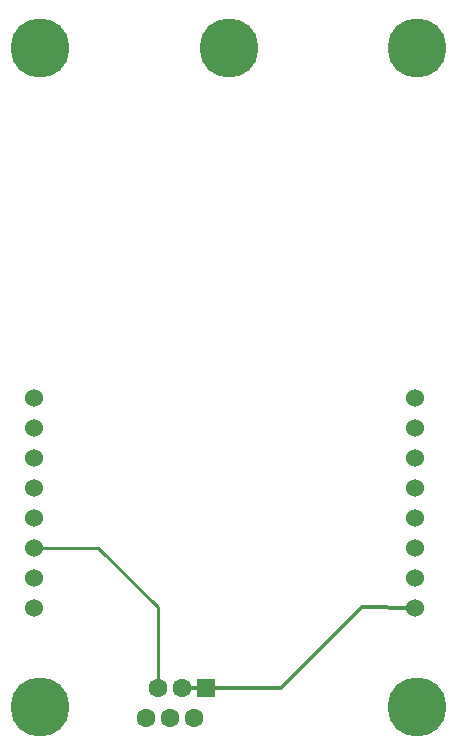
<source format=gtl>
G04 Layer: TopLayer*
G04 EasyEDA v6.4.31, 2022-02-28 12:57:49*
G04 375ee36b19e9497eac9c01c2f8449273,7b35ab87edb5478c89a92b32cd25319b,10*
G04 Gerber Generator version 0.2*
G04 Scale: 100 percent, Rotated: No, Reflected: No *
G04 Dimensions in millimeters *
G04 leading zeros omitted , absolute positions ,4 integer and 5 decimal *
%FSLAX45Y45*%
%MOMM*%

%ADD10C,0.2540*%
%ADD11C,0.3000*%
%ADD12C,1.5240*%
%ADD13C,1.6000*%
%ADD14R,1.6000X1.6000*%
%ADD15C,5.0000*%

%LPD*%
D11*
X2414015Y1295400D02*
G01*
X3048000Y1295400D01*
X3733800Y1981200D01*
X4187190Y1979421D01*
D10*
X961389Y2487421D02*
G01*
X1500378Y2487421D01*
X2006600Y1981200D01*
X2006091Y1295400D01*
D11*
X2209990Y1295400D02*
G01*
X2414003Y1295400D01*
D12*
G01*
X961400Y3757300D03*
G01*
X961400Y3503300D03*
G01*
X961400Y3249300D03*
G01*
X961400Y2995300D03*
G01*
X961400Y2741300D03*
G01*
X961400Y2487300D03*
G01*
X961400Y2233300D03*
G01*
X961400Y1979300D03*
G01*
X4187200Y1979300D03*
G01*
X4187200Y2233300D03*
G01*
X4187200Y2487300D03*
G01*
X4187200Y2741300D03*
G01*
X4187200Y2995300D03*
G01*
X4187200Y3249300D03*
G01*
X4187200Y3503300D03*
G01*
X4187200Y3757300D03*
D13*
G01*
X2108009Y1041400D03*
G01*
X2209990Y1295400D03*
G01*
X2311996Y1041400D03*
D14*
G01*
X2414003Y1295400D03*
D13*
G01*
X1903996Y1041400D03*
G01*
X2006003Y1295400D03*
D15*
G01*
X1011999Y1141999D03*
G01*
X4199999Y1141999D03*
G01*
X1011999Y6721000D03*
G01*
X4199999Y6721000D03*
G01*
X2605999Y6721000D03*
M02*

</source>
